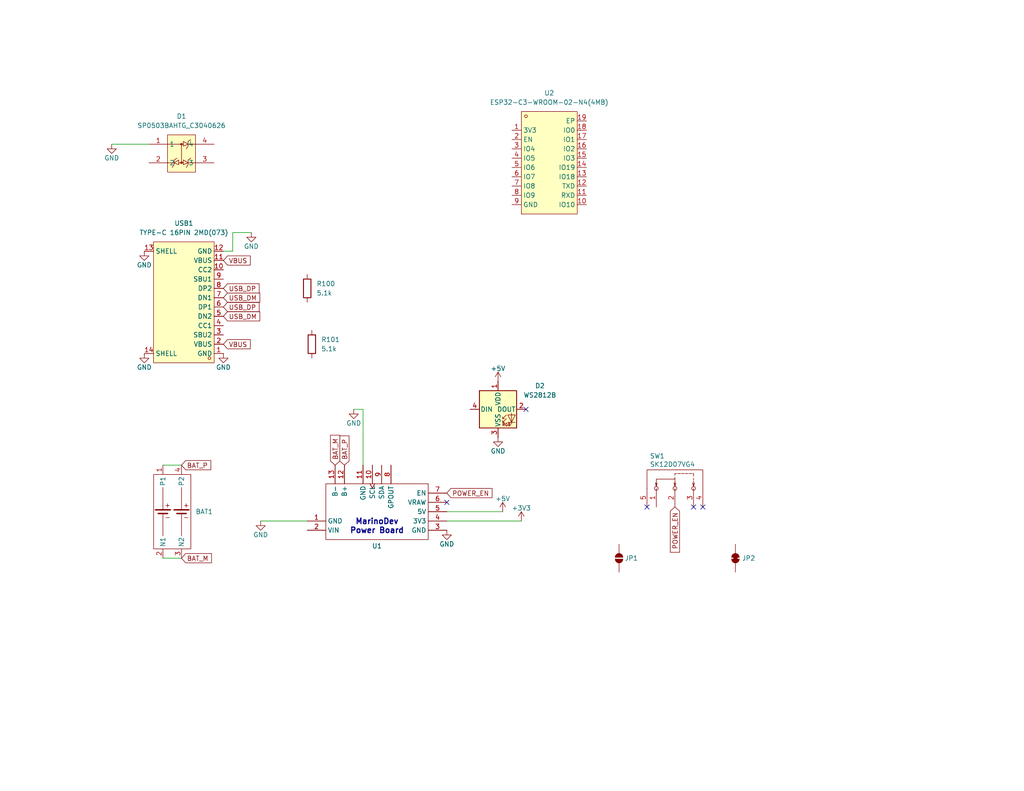
<source format=kicad_sch>
(kicad_sch (version 20250114) (generator "eeschema") (generator_version "9.0")
  (paper "USLetter")
  (title_block (title "Panic Button") (date "2026-01-25") (rev "0.1") (company "MarinoDev"))
  (lib_symbols
    (symbol "Device:R" (pin_numbers (hide yes)) (pin_names (offset 0))
      (property "Reference" "R" (at 2.032 0 90))
      (property "Value" "R" (at 0 0 90))
      (symbol "R_0_1"
        (rectangle (start -1.016 -2.54) (end 1.016 2.54) (stroke (width 0.254)))
      )
      (symbol "R_1_1"
        (pin passive line (at 0 3.81 270) (length 1.27) (name "~") (number "1"))
        (pin passive line (at 0 -3.81 90) (length 1.27) (name "~") (number "2"))
      )
    )
    (symbol "EasyEDA:+3V3" (power) (pin_numbers (hide yes)) (pin_names (offset 0) (hide yes))
      (property "Value" "+3V3" (at 0 2.794 0))
      (symbol "+3V3_0_1"
        (polyline (pts (xy -0.762 1.27) (xy 0 2.54)))
        (polyline (pts (xy 0 2.54) (xy 0.762 1.27)))
        (polyline (pts (xy 0 0) (xy 0 2.54)))
      )
      (symbol "+3V3_1_1"
        (pin power_in line (at 0 0 90) (length 0) (name "~") (number "1"))
      )
    )
    (symbol "EasyEDA:+5V" (power) (pin_numbers (hide yes)) (pin_names (offset 0) (hide yes))
      (property "Value" "+5V" (at 0 2.794 0))
      (symbol "+5V_0_1"
        (polyline (pts (xy -0.762 1.27) (xy 0 2.54)))
        (polyline (pts (xy 0 2.54) (xy 0.762 1.27)))
        (polyline (pts (xy 0 0) (xy 0 2.54)))
      )
      (symbol "+5V_1_1"
        (pin power_in line (at 0 0 90) (length 0) (name "~") (number "1"))
      )
    )
    (symbol "EasyEDA:18650_Battery_Pack_P2"
      (property "Reference" "BAT" (at 5.842 8.382 0))
      (symbol "18650_Battery_Pack_P2_0_1"
        (rectangle (start -5.08 10.16) (end 5.08 -10.16))
      )
      (symbol "18650_Battery_Pack_P2_1_1"
        (polyline (pts (xy -4.572 0.508) (xy -0.508 0.508)) (stroke (width 0.381)))
        (polyline (pts (xy -3.81 -0.508) (xy -1.27 -0.508)) (stroke (width 0.381)))
        (polyline (pts (xy -2.54 0.508) (xy -2.54 6.604)))
        (polyline (pts (xy -2.54 -0.508) (xy -2.54 -6.604)))
        (polyline (pts (xy -1.778 0.508) (xy -1.778 0.508)))
        (polyline (pts (xy 2.54 0.508) (xy 2.54 6.604)))
        (polyline (pts (xy 2.54 -0.508) (xy 2.54 -6.604)))
        (polyline (pts (xy 3.81 -0.508) (xy 1.27 -0.508)) (stroke (width 0.381)))
        (polyline (pts (xy 4.572 0.508) (xy 0.508 0.508)) (stroke (width 0.381)))
        (text "+" (at -1.27 1.778 0) (effects (font (size 1.27 1.27))))
        (text "-" (at -1.27 -1.524 0) (effects (font (size 1.27 1.27))))
        (text "+" (at 3.81 1.778 0) (effects (font (size 1.27 1.27))))
        (text "-" (at 3.81 -1.524 0) (effects (font (size 1.27 1.27))))
        (pin power_out line (at -2.54 12.7 270) (length 2.54) (name "P1") (number "1"))
        (pin power_out line (at -2.54 -12.7 90) (length 2.54) (name "N1") (number "2"))
        (pin power_out line (at 2.54 12.7 270) (length 2.54) (name "P2") (number "4"))
        (pin power_out line (at 2.54 -12.7 90) (length 2.54) (name "N2") (number "3"))
      )
    )
    (symbol "EasyEDA:ESP32-C3-WROOM-02-N4(4MB)"
      (property "Reference" "U" (at 0 15.24 0))
      (property "Value" "ESP32-C3-WROOM-02-N4(4MB)" (at 0 -16.51 0))
      (symbol "ESP32-C3-WROOM-02-N4(4MB)_0_1"
        (rectangle (start -7.62 13.97) (end 7.62 -13.97) (fill (type background)))
        (circle (center -6.35 12.7) (radius 0.38))
        (pin unspecified line (at -10.16 8.89 0) (length 2.54) (name "3V3") (number "1"))
        (pin unspecified line (at -10.16 6.35 0) (length 2.54) (name "EN") (number "2"))
        (pin unspecified line (at -10.16 3.81 0) (length 2.54) (name "IO4") (number "3"))
        (pin unspecified line (at -10.16 1.27 0) (length 2.54) (name "IO5") (number "4"))
        (pin unspecified line (at -10.16 -1.27 0) (length 2.54) (name "IO6") (number "5"))
        (pin unspecified line (at -10.16 -3.81 0) (length 2.54) (name "IO7") (number "6"))
        (pin unspecified line (at -10.16 -6.35 0) (length 2.54) (name "IO8") (number "7"))
        (pin unspecified line (at -10.16 -8.89 0) (length 2.54) (name "IO9") (number "8"))
        (pin unspecified line (at -10.16 -11.43 0) (length 2.54) (name "GND") (number "9"))
        (pin unspecified line (at 10.16 11.43 180) (length 2.54) (name "EP") (number "19"))
        (pin unspecified line (at 10.16 8.89 180) (length 2.54) (name "IO0") (number "18"))
        (pin unspecified line (at 10.16 6.35 180) (length 2.54) (name "IO1") (number "17"))
        (pin unspecified line (at 10.16 3.81 180) (length 2.54) (name "IO2") (number "16"))
        (pin unspecified line (at 10.16 1.27 180) (length 2.54) (name "IO3") (number "15"))
        (pin unspecified line (at 10.16 -1.27 180) (length 2.54) (name "IO19") (number "14"))
        (pin unspecified line (at 10.16 -3.81 180) (length 2.54) (name "IO18") (number "13"))
        (pin unspecified line (at 10.16 -6.35 180) (length 2.54) (name "TXD") (number "12"))
        (pin unspecified line (at 10.16 -8.89 180) (length 2.54) (name "RXD") (number "11"))
        (pin unspecified line (at 10.16 -11.43 180) (length 2.54) (name "IO10") (number "10"))
      )
    )
    (symbol "EasyEDA:GND" (power) (pin_numbers (hide yes)) (pin_names (offset 0) (hide yes))
      (property "Value" "GND" (at 0 -3.048 0))
      (symbol "GND_0_1"
        (polyline (pts (xy 0 0) (xy 0 -1.27) (xy 1.27 -1.27) (xy 0 -2.54) (xy -1.27 -1.27) (xy 0 -1.27)))
      )
      (symbol "GND_1_1"
        (pin power_in line (at 0 0 270) (length 0) (name "~") (number "1"))
      )
    )
    (symbol "EasyEDA:MDEV_Power_Board"
      (property "Reference" "U" (at 0 -1.016 0))
      (symbol "MDEV_Power_Board_0_1"
        (rectangle (start -13.97 15.24) (end 13.97 0))
      )
      (symbol "MDEV_Power_Board_1_1"
        (text "MarinoDev\nPower Board" (at 0 3.81 0) (effects (font (size 1.524 1.524) (thickness 0.3048) (bold yes))))
        (pin power_in line (at -19.05 5.08 0) (length 5.08) (name "GND") (number "1"))
        (pin power_in line (at -19.05 2.54 0) (length 5.08) (name "VIN") (number "2"))
        (pin power_in line (at -11.43 20.32 270) (length 5.08) (name "B-") (number "13"))
        (pin power_in line (at -8.89 20.32 270) (length 5.08) (name "B+") (number "12"))
        (pin power_in line (at -3.81 20.32 270) (length 5.08) (name "GND") (number "11"))
        (pin input clock (at -1.27 20.32 270) (length 5.08) (name "SCL") (number "10"))
        (pin bidirectional line (at 1.27 20.32 270) (length 5.08) (name "SDA") (number "9"))
        (pin bidirectional line (at 3.81 20.32 270) (length 5.08) (name "GPOUT") (number "8"))
        (pin input line (at 19.05 12.7 180) (length 5.08) (name "EN") (number "7"))
        (pin power_out line (at 19.05 10.16 180) (length 5.08) (name "VRAW") (number "6"))
        (pin power_out line (at 19.05 7.62 180) (length 5.08) (name "5V") (number "5"))
        (pin power_out line (at 19.05 5.08 180) (length 5.08) (name "3V3") (number "4"))
        (pin power_out line (at 19.05 2.54 180) (length 5.08) (name "GND") (number "3"))
      )
    )
    (symbol "EasyEDA:SK12D07VG4"
      (property "Reference" "SW" (at -6.858 8.128 0))
      (property "Value" "SK12D07VG4" (at -6.858 5.842 0))
      (symbol "SK12D07VG4_0_1"
        (polyline (pts (xy -7.62 0) (xy -7.62 5.08) (xy 7.62 5.08) (xy 7.62 0)))
        (polyline (pts (xy -5.08 0.51) (xy -5.33 1.52)))
        (polyline (pts (xy -5.08 0.51) (xy -4.83 1.52) (xy -4.83 1.52)))
        (polyline (pts (xy -5.08 0.51) (xy -5.08 2.54) (xy 0 2.54) (xy 0 0.51) (xy 0.25 1.52)))
        (circle (center -5.08 0) (radius 0.51))
        (polyline (pts (xy 0 3.56) (xy 0 4.06) (xy 0.51 4.06)))
        (polyline (pts (xy 0 2.54) (xy 0 3.05)))
        (polyline (pts (xy 0 0.51) (xy -0.25 1.52)))
        (circle (center 0 0) (radius 0.51))
        (polyline (pts (xy 0.76 4.06) (xy 1.52 4.06)))
        (polyline (pts (xy 1.78 4.06) (xy 2.54 4.06)))
        (polyline (pts (xy 2.79 4.06) (xy 3.56 4.06)))
        (polyline (pts (xy 3.81 4.06) (xy 4.57 4.06)))
        (polyline (pts (xy 4.83 4.06) (xy 5.08 4.06) (xy 5.08 3.3)))
        (polyline (pts (xy 5.08 2.79) (xy 5.08 2.29)))
        (polyline (pts (xy 5.08 2.03) (xy 5.08 1.52)))
        (polyline (pts (xy 5.08 1.27) (xy 5.08 0.51) (xy 5.33 1.52)))
        (polyline (pts (xy 5.08 0.51) (xy 4.83 1.52)))
        (circle (center 5.08 0) (radius 0.51))
      )
      (symbol "SK12D07VG4_1_1"
        (pin free line (at -7.62 -5.08 90) (length 5.08) (name "") (number "5"))
        (pin bidirectional line (at -5.08 -5.08 90) (length 5.08) (name "") (number "1"))
        (pin bidirectional line (at 0 -5.08 90) (length 5.08) (name "") (number "2"))
        (pin bidirectional line (at 5.08 -5.08 90) (length 5.08) (name "") (number "3"))
        (pin free line (at 7.62 -5.08 90) (length 5.08) (name "") (number "4"))
      )
    )
    (symbol "EasyEDA:SP0503BAHTG_C3040626"
      (property "Reference" "D" (at 0 7.62 0))
      (property "Value" "SP0503BAHTG_C3040626" (at 0 -7.62 0))
      (symbol "SP0503BAHTG_C3040626_0_1"
        (rectangle (start -5.08 5.08) (end 2.54 -5.08) (fill (type background)))
        (polyline (pts (xy -5.08 -2.54) (xy -3.3 -2.54)))
        (polyline (pts (xy -3.3 -2.54) (xy -2.03 -1.78) (xy -2.03 -3.05) (xy -3.3 -2.54) (xy -3.3 -2.54)) (fill (type background)))
        (polyline (pts (xy -2.54 -1.27) (xy -3.3 -1.78) (xy -3.3 -3.05) (xy -3.81 -3.81)))
        (arc (start -1.02 2.54) (mid -1.45 2.36) (end -1.03 2.63))
        (arc (start -1.02 -2.54) (mid -1.45 -2.72) (end -1.03 -2.45))
        (polyline (pts (xy -1.27 -2.54) (xy -1.27 2.54)))
        (polyline (pts (xy -0.76 3.3) (xy -0.76 2.03) (xy 0.51 2.54) (xy -0.76 3.3) (xy -0.76 3.3)) (fill (type background)))
        (polyline (pts (xy -0.76 2.54) (xy -5.08 2.54)))
        (polyline (pts (xy -0.76 -1.78) (xy -0.76 -3.05) (xy 0.51 -2.54) (xy -0.76 -1.78) (xy -0.76 -1.78)) (fill (type background)))
        (polyline (pts (xy -0.76 -2.54) (xy -2.03 -2.54)))
        (polyline (pts (xy 0.51 2.54) (xy 2.54 2.54)))
        (polyline (pts (xy 0.51 -2.54) (xy 2.54 -2.54)))
        (polyline (pts (xy 1.27 3.81) (xy 0.51 3.3) (xy 0.51 2.03) (xy 0 1.27)))
        (polyline (pts (xy 1.27 -1.27) (xy 0.51 -1.78) (xy 0.51 -3.05) (xy 0 -3.81)))
        (pin input line (at -10.16 2.54 0) (length 5.08) (name "1") (number "1"))
        (pin input line (at -10.16 -2.54 0) (length 5.08) (name "2") (number "2"))
        (pin input line (at 7.62 2.54 180) (length 5.08) (name "4") (number "4"))
        (pin input line (at 7.62 -2.54 180) (length 5.08) (name "3") (number "3"))
      )
    )
    (symbol "EasyEDA:TYPE-C16PIN2MD(073)"
      (property "Reference" "USB" (at 0 19.05 0))
      (property "Value" "TYPE-C 16PIN 2MD(073)" (at 0 -19.05 0))
      (symbol "TYPE-C16PIN2MD(073)_0_1"
        (rectangle (start -8.89 16.51) (end 7.62 -16.51) (fill (type background)))
        (circle (center -7.62 15.24) (radius 0.38))
        (pin unspecified line (at -11.43 13.97 0) (length 2.54) (name "GND") (number "1"))
        (pin unspecified line (at -11.43 11.43 0) (length 2.54) (name "VBUS") (number "2"))
        (pin unspecified line (at -11.43 8.89 0) (length 2.54) (name "SBU2") (number "3"))
        (pin unspecified line (at -11.43 6.35 0) (length 2.54) (name "CC1") (number "4"))
        (pin unspecified line (at -11.43 3.81 0) (length 2.54) (name "DN2") (number "5"))
        (pin unspecified line (at -11.43 1.27 0) (length 2.54) (name "DP1") (number "6"))
        (pin unspecified line (at -11.43 -1.27 0) (length 2.54) (name "DN1") (number "7"))
        (pin unspecified line (at -11.43 -3.81 0) (length 2.54) (name "DP2") (number "8"))
        (pin unspecified line (at -11.43 -6.35 0) (length 2.54) (name "SBU1") (number "9"))
        (pin unspecified line (at -11.43 -8.89 0) (length 2.54) (name "CC2") (number "10"))
        (pin unspecified line (at -11.43 -11.43 0) (length 2.54) (name "VBUS") (number "11"))
        (pin unspecified line (at -11.43 -13.97 0) (length 2.54) (name "GND") (number "12"))
        (pin unspecified line (at 10.16 13.97 180) (length 2.54) (name "SHELL") (number "14"))
        (pin unspecified line (at 10.16 -13.97 180) (length 2.54) (name "SHELL") (number "13"))
      )
    )
    (symbol "Jumper:SolderJumper_2_Bridged" (pin_numbers (hide yes)) (pin_names (offset 0) (hide yes)) (in_bom no)
      (property "Reference" "JP" (at 0 2.032 0))
      (property "Value" "SolderJumper_2_Bridged" (at 0 -2.54 0))
      (symbol "SolderJumper_2_Bridged_0_1"
        (rectangle (start -0.508 0.508) (end 0.508 -0.508) (fill (type outline)))
        (polyline (pts (xy -0.254 1.016) (xy -0.254 -1.016)))
        (arc (start -0.254 -1.016) (mid -1.2656 0) (end -0.254 1.016))
        (arc (start -0.254 -1.016) (mid -1.2656 0) (end -0.254 1.016) (fill (type outline)))
        (arc (start 0.254 1.016) (mid 1.2656 0) (end 0.254 -1.016))
        (arc (start 0.254 1.016) (mid 1.2656 0) (end 0.254 -1.016) (fill (type outline)))
        (polyline (pts (xy 0.254 1.016) (xy 0.254 -1.016)))
      )
      (symbol "SolderJumper_2_Bridged_1_1"
        (pin passive line (at -3.81 0 0) (length 2.54) (name "A") (number "1"))
        (pin passive line (at 3.81 0 180) (length 2.54) (name "B") (number "2"))
      )
    )
    (symbol "Jumper:SolderJumper_2_Open" (pin_numbers (hide yes)) (pin_names (offset 0) (hide yes)) (in_bom no)
      (property "Reference" "JP" (at 0 2.032 0))
      (property "Value" "SolderJumper_2_Open" (at 0 -2.54 0))
      (symbol "SolderJumper_2_Open_0_1"
        (polyline (pts (xy -0.254 1.016) (xy -0.254 -1.016)))
        (arc (start -0.254 -1.016) (mid -1.2656 0) (end -0.254 1.016))
        (arc (start -0.254 -1.016) (mid -1.2656 0) (end -0.254 1.016) (fill (type outline)))
        (arc (start 0.254 1.016) (mid 1.2656 0) (end 0.254 -1.016))
        (arc (start 0.254 1.016) (mid 1.2656 0) (end 0.254 -1.016) (fill (type outline)))
        (polyline (pts (xy 0.254 1.016) (xy 0.254 -1.016)))
      )
      (symbol "SolderJumper_2_Open_1_1"
        (pin passive line (at -3.81 0 0) (length 2.54) (name "A") (number "1"))
        (pin passive line (at 3.81 0 180) (length 2.54) (name "B") (number "2"))
      )
    )
    (symbol "LED:WS2812B" (pin_names (offset 0.254))
      (property "Reference" "D" (at 5.08 5.715 0))
      (property "Value" "WS2812B" (at 1.27 -5.715 0))
      (symbol "WS2812B_0_0"
        (text "RGB" (at 2.286 -4.191 0) (effects (font (size 0.762 0.762))))
      )
      (symbol "WS2812B_0_1"
        (polyline (pts (xy 1.27 -2.54) (xy 1.778 -2.54)))
        (polyline (pts (xy 1.27 -3.556) (xy 1.778 -3.556)))
        (polyline (pts (xy 2.286 -1.524) (xy 1.27 -2.54) (xy 1.27 -2.032)))
        (polyline (pts (xy 2.286 -2.54) (xy 1.27 -3.556) (xy 1.27 -3.048)))
        (polyline (pts (xy 3.683 -1.016) (xy 3.683 -3.556) (xy 3.683 -4.064)))
        (polyline (pts (xy 4.699 -1.524) (xy 2.667 -1.524) (xy 3.683 -3.556) (xy 4.699 -1.524)))
        (polyline (pts (xy 4.699 -3.556) (xy 2.667 -3.556)))
        (rectangle (start 5.08 5.08) (end -5.08 -5.08) (stroke (width 0.254)) (fill (type background)))
      )
      (symbol "WS2812B_1_1"
        (pin input line (at -7.62 0 0) (length 2.54) (name "DIN") (number "4"))
        (pin power_in line (at 0 7.62 270) (length 2.54) (name "VDD") (number "1"))
        (pin power_in line (at 0 -7.62 90) (length 2.54) (name "VSS") (number "3"))
        (pin output line (at 7.62 0 180) (length 2.54) (name "DOUT") (number "2"))
      )
    )
  )
  (no_connect (at 176.53 138.43))
  (no_connect (at 189.23 138.43))
  (no_connect (at 143.51 111.76))
  (no_connect (at 191.77 138.43))
  (no_connect (at 121.92 137.16))
  (wire (pts (xy 44.45 152.4) (xy 49.53 152.4)))
  (wire (pts (xy 71.12 142.24) (xy 83.82 142.24)))
  (wire (pts (xy 99.06 111.76) (xy 96.52 111.76)))
  (wire (pts (xy 63.5 68.58) (xy 63.5 63.5)))
  (wire (pts (xy 121.92 139.7) (xy 137.16 139.7)))
  (wire (pts (xy 63.5 63.5) (xy 68.58 63.5)))
  (wire (pts (xy 121.92 142.24) (xy 142.24 142.24)))
  (wire (pts (xy 99.06 127) (xy 99.06 111.76)))
  (wire (pts (xy 60.96 68.58) (xy 63.5 68.58)))
  (wire (pts (xy 44.45 127) (xy 49.53 127)))
  (wire (pts (xy 30.48 39.37) (xy 40.64 39.37)))
  (global_label "BAT_P" (shape input) (at 93.98 127 90) (property "Intersheetrefs" "${INTERSHEET_REFS}" (effects (hide yes))))
  (global_label "USB_DM" (shape input) (at 60.96 81.28 0) (property "Intersheetrefs" "${INTERSHEET_REFS}" (effects (hide yes))))
  (global_label "USB_DP" (shape input) (at 60.96 78.74 0) (property "Intersheetrefs" "${INTERSHEET_REFS}" (effects (hide yes))))
  (global_label "POWER_EN" (shape input) (at 184.15 138.43 270) (property "Intersheetrefs" "${INTERSHEET_REFS}" (effects (hide yes))))
  (global_label "VBUS" (shape input) (at 60.96 71.12 0) (property "Intersheetrefs" "${INTERSHEET_REFS}" (effects (hide yes))))
  (global_label "USB_DP" (shape input) (at 60.96 83.82 0) (property "Intersheetrefs" "${INTERSHEET_REFS}" (effects (hide yes))))
  (global_label "BAT_P" (shape input) (at 49.53 127 0) (property "Intersheetrefs" "${INTERSHEET_REFS}" (effects (hide yes))))
  (global_label "BAT_M" (shape input) (at 49.53 152.4 0) (property "Intersheetrefs" "${INTERSHEET_REFS}" (effects (hide yes))))
  (global_label "BAT_M" (shape input) (at 91.44 127 90) (property "Intersheetrefs" "${INTERSHEET_REFS}" (effects (hide yes))))
  (global_label "POWER_EN" (shape input) (at 121.92 134.62 0) (property "Intersheetrefs" "${INTERSHEET_REFS}" (effects (hide yes))))
  (global_label "USB_DM" (shape input) (at 60.96 86.36 0) (property "Intersheetrefs" "${INTERSHEET_REFS}" (effects (hide yes))))
  (global_label "VBUS" (shape input) (at 60.96 93.98 0) (property "Intersheetrefs" "${INTERSHEET_REFS}" (effects (hide yes))))
  (symbol (lib_id "EasyEDA:GND") (at 71.12 142.24 0) (unit 1)
    (property "Reference" "#PWR05" (effects (hide yes)))
    (property "Value" "GND" (at 71.12 145.288 0) (effects (justify top)))
    (property "Description" "Power symbol creates a global label with name \"GND\" , ground" (effects (hide yes)))
  )
  (symbol (lib_id "LED:WS2812B") (at 135.89 111.76 0) (unit 1)
    (property "Reference" "D2" (at 147.32 105.3398 0))
    (property "Value" "WS2812B" (at 147.32 107.8798 0))
    (property "Footprint" "LED_SMD:LED_WS2812B_PLCC4_5.0x5.0mm_P3.2mm" (effects (hide yes)))
    (property "Datasheet" "https://cdn-shop.adafruit.com/datasheets/WS2812B.pdf" (effects (hide yes)))
    (property "Description" "RGB LED with integrated controller" (effects (hide yes)))
  )
  (symbol (lib_id "EasyEDA:+5V") (at 137.16 139.7 0) (unit 1)
    (property "Reference" "#PWR03" (effects (hide yes)))
    (property "Value" "+5V" (at 137.16 136.906 0) (effects (justify bottom)))
    (property "Description" "Power symbol creates a global label with name \"+5V\"" (effects (hide yes)))
  )
  (symbol (lib_id "EasyEDA:18650_Battery_Pack_P2") (at 46.99 139.7 0) (unit 1)
    (property "Reference" "BAT1" (at 53.34 139.6999 0) (effects (justify left)))
    (property "Footprint" "EasyEDA:18650 Battery Pack P2" (effects (hide yes)))
  )
  (symbol (lib_id "Device:R") (at 83.82 78.74 0) (unit 1)
    (property "Reference" "R100" (at 86.36 77.4699 0) (effects (justify left)))
    (property "Value" "5.1k" (at 86.36 80.0099 0) (effects (justify left)))
    (property "Footprint" "EasyEDA:C0805" (effects (hide yes)))
    (property "Description" "Resistor" (effects (hide yes)))
    (property "LCSC Part" "C144553" (effects (hide yes)))
    (property "MFR Part" "AC0805FR-075K1L" (effects (hide yes)))
  )
  (symbol (lib_id "EasyEDA:GND") (at 121.92 144.78 0) (unit 1)
    (property "Reference" "#PWR01" (effects (hide yes)))
    (property "Value" "GND" (at 121.92 147.828 0) (effects (justify top)))
    (property "Description" "Power symbol creates a global label with name \"GND\" , ground" (effects (hide yes)))
  )
  (symbol (lib_id "EasyEDA:+3V3") (at 142.24 142.24 0) (unit 1)
    (property "Reference" "#PWR02" (effects (hide yes)))
    (property "Value" "+3V3" (at 142.24 139.446 0) (effects (justify bottom)))
    (property "Description" "Power symbol creates a global label with name \"+3V3\"" (effects (hide yes)))
  )
  (symbol (lib_id "EasyEDA:GND") (at 39.37 96.52 0) (unit 1)
    (property "Reference" "#PWR010" (effects (hide yes)))
    (property "Value" "GND" (at 39.37 99.568 0) (effects (justify top)))
    (property "Description" "Power symbol creates a global label with name \"GND\" , ground" (effects (hide yes)))
  )
  (symbol (lib_id "Jumper:SolderJumper_2_Bridged") (at 200.66 152.4 90) (unit 1) (in_bom no)
    (property "Reference" "JP2" (at 202.438 152.4 90) (effects (justify right)))
    (property "Value" "SolderJumper_2_Bridged" (effects (hide yes)))
    (property "Description" "Solder Jumper, 2-pole, closed/bridged" (effects (hide yes)))
  )
  (symbol (lib_id "EasyEDA:GND") (at 135.89 119.38 0) (unit 1)
    (property "Reference" "#PWR06" (effects (hide yes)))
    (property "Value" "GND" (at 135.89 122.428 0) (effects (justify top)))
    (property "Description" "Power symbol creates a global label with name \"GND\" , ground" (effects (hide yes)))
  )
  (symbol (lib_id "EasyEDA:ESP32-C3-WROOM-02-N4(4MB)") (at 149.86 44.45 0) (unit 1)
    (property "Reference" "U2" (at 149.86 25.4 0))
    (property "Value" "ESP32-C3-WROOM-02-N4(4MB)" (at 149.86 27.94 0))
    (property "Footprint" "EasyEDA:ESP32-C3-WROOM-02-N4-4MB" (effects (hide yes)))
    (property "Datasheet" "https://www.lcsc.com/datasheet/C2934560.pdf" (effects (hide yes)))
    (property "LCSC Part" "C2934560" (effects (hide yes)))
  )
  (symbol (lib_id "Jumper:SolderJumper_2_Open") (at 168.91 152.4 90) (unit 1) (in_bom no)
    (property "Reference" "JP1" (at 170.434 152.4 90) (effects (justify right)))
    (property "Value" "SolderJumper_2_Open" (effects (hide yes)))
    (property "Description" "Solder Jumper, 2-pole, open" (effects (hide yes)))
  )
  (symbol (lib_id "EasyEDA:GND") (at 30.48 39.37 0) (unit 1)
    (property "Reference" "#PWR012" (effects (hide yes)))
    (property "Value" "GND" (at 30.48 42.418 0) (effects (justify top)))
    (property "Description" "Power symbol creates a global label with name \"GND\" , ground" (effects (hide yes)))
  )
  (symbol (lib_id "EasyEDA:GND") (at 39.37 68.58 0) (unit 1)
    (property "Reference" "#PWR011" (effects (hide yes)))
    (property "Value" "GND" (at 39.37 71.628 0) (effects (justify top)))
    (property "Description" "Power symbol creates a global label with name \"GND\" , ground" (effects (hide yes)))
  )
  (symbol (lib_id "EasyEDA:TYPE-C16PIN2MD(073)") (at 49.53 82.55 180) (unit 1)
    (property "Reference" "USB1" (at 50.165 60.96 0))
    (property "Value" "TYPE-C 16PIN 2MD(073)" (at 50.165 63.5 0))
    (property "Footprint" "EasyEDA:USB-C-SMD_TYPE-C-6PIN-2MD-073" (effects (hide yes)))
    (property "LCSC Part" "C2765186" (effects (hide yes)))
  )
  (symbol (lib_id "EasyEDA:SK12D07VG4") (at 184.15 133.35 0) (unit 1)
    (property "Reference" "SW1" (at 177.292 125.222 0) (effects (justify left bottom)))
    (property "Value" "SK12D07VG4" (at 177.292 127.508 0) (effects (justify left bottom)))
    (property "Footprint" "EasyEDA:SK12D07VG4" (effects (hide yes)))
    (property "Datasheet" "https://lcsc.com/product-detail/Toggle-Switches_SHOU-HAN-SK12D07VG4_C393937.html" (effects (hide yes)))
    (property "LCSC Part" "C393937" (effects (hide yes)))
    (property "MFR Part" "SK12D07VG4" (effects (hide yes)))
  )
  (symbol (lib_id "Device:R") (at 85.09 93.98 0) (unit 1)
    (property "Reference" "R101" (at 87.63 92.7099 0) (effects (justify left)))
    (property "Value" "5.1k" (at 87.63 95.2499 0) (effects (justify left)))
    (property "Footprint" "EasyEDA:C0805" (effects (hide yes)))
    (property "Description" "Resistor" (effects (hide yes)))
    (property "LCSC Part" "C144553" (effects (hide yes)))
    (property "MFR Part" "AC0805FR-075K1L" (effects (hide yes)))
  )
  (symbol (lib_id "EasyEDA:GND") (at 68.58 63.5 0) (unit 1)
    (property "Reference" "#PWR09" (effects (hide yes)))
    (property "Value" "GND" (at 68.58 66.548 0) (effects (justify top)))
    (property "Description" "Power symbol creates a global label with name \"GND\" , ground" (effects (hide yes)))
  )
  (symbol (lib_id "EasyEDA:GND") (at 60.96 96.52 0) (unit 1)
    (property "Reference" "#PWR08" (effects (hide yes)))
    (property "Value" "GND" (at 60.96 99.568 0) (effects (justify top)))
    (property "Description" "Power symbol creates a global label with name \"GND\" , ground" (effects (hide yes)))
  )
  (symbol (lib_id "EasyEDA:+5V") (at 135.89 104.14 0) (unit 1)
    (property "Reference" "#PWR07" (effects (hide yes)))
    (property "Value" "+5V" (at 135.89 101.346 0) (effects (justify bottom)))
    (property "Description" "Power symbol creates a global label with name \"+5V\"" (effects (hide yes)))
  )
  (symbol (lib_id "EasyEDA:MDEV_Power_Board") (at 102.87 147.32 0) (unit 1)
    (property "Reference" "U1" (at 102.87 148.336 0) (effects (justify top)))
    (property "Value" "MDev Power Board" (effects (hide yes)))
    (property "Footprint" "EasyEDA:MDEV Power Board" (effects (hide yes)))
  )
  (symbol (lib_id "EasyEDA:GND") (at 96.52 111.76 0) (unit 1)
    (property "Reference" "#PWR04" (effects (hide yes)))
    (property "Value" "GND" (at 96.52 114.808 0) (effects (justify top)))
    (property "Description" "Power symbol creates a global label with name \"GND\" , ground" (effects (hide yes)))
  )
  (symbol (lib_id "EasyEDA:SP0503BAHTG_C3040626") (at 50.8 41.91 0) (unit 1)
    (property "Reference" "D1" (at 49.53 31.75 0))
    (property "Value" "SP0503BAHTG_C3040626" (at 49.53 34.29 0))
    (property "Footprint" "EasyEDA:SOT-143-4_L2.9-W1.3-P1.92-LS2.4-BL" (effects (hide yes)))
    (property "LCSC Part" "C3040626" (effects (hide yes)))
  )
)
</source>
